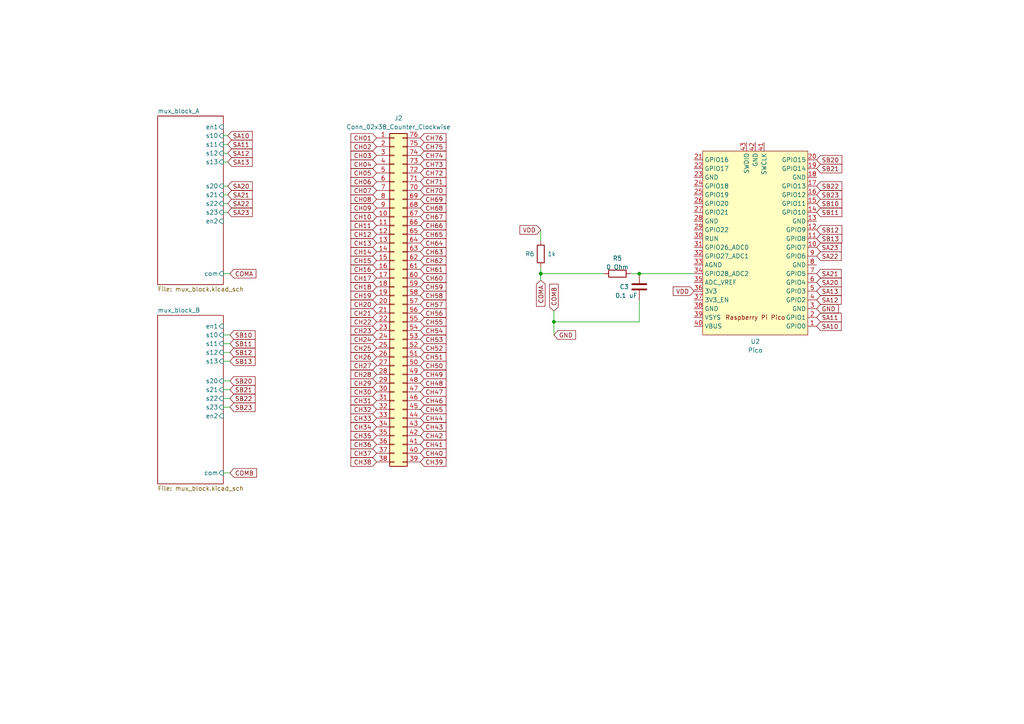
<source format=kicad_sch>
(kicad_sch (version 20230121) (generator eeschema)
  (paper "A4")
  (lib_symbols
    (symbol "Connector_Generic:Conn_02x38_Counter_Clockwise" (pin_names (offset 1.016) hide)
      (property "Reference" "J" (at 1.27 48.26 0))
      (property "Value" "Conn_02x38_Counter_Clockwise" (at 1.27 -50.8 0))
      (symbol "Conn_02x38_Counter_Clockwise_1_1"
        (rectangle (start -1.27 -48.133) (end 0 -48.387) (stroke (width 0.1524)))
        (rectangle (start -1.27 -45.593) (end 0 -45.847) (stroke (width 0.1524)))
        (rectangle (start -1.27 -43.053) (end 0 -43.307) (stroke (width 0.1524)))
        (rectangle (start -1.27 -40.513) (end 0 -40.767) (stroke (width 0.1524)))
        (rectangle (start -1.27 -37.973) (end 0 -38.227) (stroke (width 0.1524)))
        (rectangle (start -1.27 -35.433) (end 0 -35.687) (stroke (width 0.1524)))
        (rectangle (start -1.27 -32.893) (end 0 -33.147) (stroke (width 0.1524)))
        (rectangle (start -1.27 -30.353) (end 0 -30.607) (stroke (width 0.1524)))
        (rectangle (start -1.27 -27.813) (end 0 -28.067) (stroke (width 0.1524)))
        (rectangle (start -1.27 -25.273) (end 0 -25.527) (stroke (width 0.1524)))
        (rectangle (start -1.27 -22.733) (end 0 -22.987) (stroke (width 0.1524)))
        (rectangle (start -1.27 -20.193) (end 0 -20.447) (stroke (width 0.1524)))
        (rectangle (start -1.27 -17.653) (end 0 -17.907) (stroke (width 0.1524)))
        (rectangle (start -1.27 -15.113) (end 0 -15.367) (stroke (width 0.1524)))
        (rectangle (start -1.27 -12.573) (end 0 -12.827) (stroke (width 0.1524)))
        (rectangle (start -1.27 -10.033) (end 0 -10.287) (stroke (width 0.1524)))
        (rectangle (start -1.27 -7.493) (end 0 -7.747) (stroke (width 0.1524)))
        (rectangle (start -1.27 -4.953) (end 0 -5.207) (stroke (width 0.1524)))
        (rectangle (start -1.27 -2.413) (end 0 -2.667) (stroke (width 0.1524)))
        (rectangle (start -1.27 0.127) (end 0 -0.127) (stroke (width 0.1524)))
        (rectangle (start -1.27 2.667) (end 0 2.413) (stroke (width 0.1524)))
        (rectangle (start -1.27 5.207) (end 0 4.953) (stroke (width 0.1524)))
        (rectangle (start -1.27 7.747) (end 0 7.493) (stroke (width 0.1524)))
        (rectangle (start -1.27 10.287) (end 0 10.033) (stroke (width 0.1524)))
        (rectangle (start -1.27 12.827) (end 0 12.573) (stroke (width 0.1524)))
        (rectangle (start -1.27 15.367) (end 0 15.113) (stroke (width 0.1524)))
        (rectangle (start -1.27 17.907) (end 0 17.653) (stroke (width 0.1524)))
        (rectangle (start -1.27 20.447) (end 0 20.193) (stroke (width 0.1524)))
        (rectangle (start -1.27 22.987) (end 0 22.733) (stroke (width 0.1524)))
        (rectangle (start -1.27 25.527) (end 0 25.273) (stroke (width 0.1524)))
        (rectangle (start -1.27 28.067) (end 0 27.813) (stroke (width 0.1524)))
        (rectangle (start -1.27 30.607) (end 0 30.353) (stroke (width 0.1524)))
        (rectangle (start -1.27 33.147) (end 0 32.893) (stroke (width 0.1524)))
        (rectangle (start -1.27 35.687) (end 0 35.433) (stroke (width 0.1524)))
        (rectangle (start -1.27 38.227) (end 0 37.973) (stroke (width 0.1524)))
        (rectangle (start -1.27 40.767) (end 0 40.513) (stroke (width 0.1524)))
        (rectangle (start -1.27 43.307) (end 0 43.053) (stroke (width 0.1524)))
        (rectangle (start -1.27 45.847) (end 0 45.593) (stroke (width 0.1524)))
        (rectangle (start -1.27 46.99) (end 3.81 -49.53) (stroke (width 0.254)) (fill (type background)))
        (rectangle (start 3.81 -48.133) (end 2.54 -48.387) (stroke (width 0.1524)))
        (rectangle (start 3.81 -45.593) (end 2.54 -45.847) (stroke (width 0.1524)))
        (rectangle (start 3.81 -43.053) (end 2.54 -43.307) (stroke (width 0.1524)))
        (rectangle (start 3.81 -40.513) (end 2.54 -40.767) (stroke (width 0.1524)))
        (rectangle (start 3.81 -37.973) (end 2.54 -38.227) (stroke (width 0.1524)))
        (rectangle (start 3.81 -35.433) (end 2.54 -35.687) (stroke (width 0.1524)))
        (rectangle (start 3.81 -32.893) (end 2.54 -33.147) (stroke (width 0.1524)))
        (rectangle (start 3.81 -30.353) (end 2.54 -30.607) (stroke (width 0.1524)))
        (rectangle (start 3.81 -27.813) (end 2.54 -28.067) (stroke (width 0.1524)))
        (rectangle (start 3.81 -25.273) (end 2.54 -25.527) (stroke (width 0.1524)))
        (rectangle (start 3.81 -22.733) (end 2.54 -22.987) (stroke (width 0.1524)))
        (rectangle (start 3.81 -20.193) (end 2.54 -20.447) (stroke (width 0.1524)))
        (rectangle (start 3.81 -17.653) (end 2.54 -17.907) (stroke (width 0.1524)))
        (rectangle (start 3.81 -15.113) (end 2.54 -15.367) (stroke (width 0.1524)))
        (rectangle (start 3.81 -12.573) (end 2.54 -12.827) (stroke (width 0.1524)))
        (rectangle (start 3.81 -10.033) (end 2.54 -10.287) (stroke (width 0.1524)))
        (rectangle (start 3.81 -7.493) (end 2.54 -7.747) (stroke (width 0.1524)))
        (rectangle (start 3.81 -4.953) (end 2.54 -5.207) (stroke (width 0.1524)))
        (rectangle (start 3.81 -2.413) (end 2.54 -2.667) (stroke (width 0.1524)))
        (rectangle (start 3.81 0.127) (end 2.54 -0.127) (stroke (width 0.1524)))
        (rectangle (start 3.81 2.667) (end 2.54 2.413) (stroke (width 0.1524)))
        (rectangle (start 3.81 5.207) (end 2.54 4.953) (stroke (width 0.1524)))
        (rectangle (start 3.81 7.747) (end 2.54 7.493) (stroke (width 0.1524)))
        (rectangle (start 3.81 10.287) (end 2.54 10.033) (stroke (width 0.1524)))
        (rectangle (start 3.81 12.827) (end 2.54 12.573) (stroke (width 0.1524)))
        (rectangle (start 3.81 15.367) (end 2.54 15.113) (stroke (width 0.1524)))
        (rectangle (start 3.81 17.907) (end 2.54 17.653) (stroke (width 0.1524)))
        (rectangle (start 3.81 20.447) (end 2.54 20.193) (stroke (width 0.1524)))
        (rectangle (start 3.81 22.987) (end 2.54 22.733) (stroke (width 0.1524)))
        (rectangle (start 3.81 25.527) (end 2.54 25.273) (stroke (width 0.1524)))
        (rectangle (start 3.81 28.067) (end 2.54 27.813) (stroke (width 0.1524)))
        (rectangle (start 3.81 30.607) (end 2.54 30.353) (stroke (width 0.1524)))
        (rectangle (start 3.81 33.147) (end 2.54 32.893) (stroke (width 0.1524)))
        (rectangle (start 3.81 35.687) (end 2.54 35.433) (stroke (width 0.1524)))
        (rectangle (start 3.81 38.227) (end 2.54 37.973) (stroke (width 0.1524)))
        (rectangle (start 3.81 40.767) (end 2.54 40.513) (stroke (width 0.1524)))
        (rectangle (start 3.81 43.307) (end 2.54 43.053) (stroke (width 0.1524)))
        (rectangle (start 3.81 45.847) (end 2.54 45.593) (stroke (width 0.1524)))
        (pin passive line (at -5.08 45.72 0) (length 3.81) (name "Pin_1") (number "1"))
        (pin passive line (at -5.08 22.86 0) (length 3.81) (name "Pin_10") (number "10"))
        (pin passive line (at -5.08 20.32 0) (length 3.81) (name "Pin_11") (number "11"))
        (pin passive line (at -5.08 17.78 0) (length 3.81) (name "Pin_12") (number "12"))
        (pin passive line (at -5.08 15.24 0) (length 3.81) (name "Pin_13") (number "13"))
        (pin passive line (at -5.08 12.7 0) (length 3.81) (name "Pin_14") (number "14"))
        (pin passive line (at -5.08 10.16 0) (length 3.81) (name "Pin_15") (number "15"))
        (pin passive line (at -5.08 7.62 0) (length 3.81) (name "Pin_16") (number "16"))
        (pin passive line (at -5.08 5.08 0) (length 3.81) (name "Pin_17") (number "17"))
        (pin passive line (at -5.08 2.54 0) (length 3.81) (name "Pin_18") (number "18"))
        (pin passive line (at -5.08 0 0) (length 3.81) (name "Pin_19") (number "19"))
        (pin passive line (at -5.08 43.18 0) (length 3.81) (name "Pin_2") (number "2"))
        (pin passive line (at -5.08 -2.54 0) (length 3.81) (name "Pin_20") (number "20"))
        (pin passive line (at -5.08 -5.08 0) (length 3.81) (name "Pin_21") (number "21"))
        (pin passive line (at -5.08 -7.62 0) (length 3.81) (name "Pin_22") (number "22"))
        (pin passive line (at -5.08 -10.16 0) (length 3.81) (name "Pin_23") (number "23"))
        (pin passive line (at -5.08 -12.7 0) (length 3.81) (name "Pin_24") (number "24"))
        (pin passive line (at -5.08 -15.24 0) (length 3.81) (name "Pin_25") (number "25"))
        (pin passive line (at -5.08 -17.78 0) (length 3.81) (name "Pin_26") (number "26"))
        (pin passive line (at -5.08 -20.32 0) (length 3.81) (name "Pin_27") (number "27"))
        (pin passive line (at -5.08 -22.86 0) (length 3.81) (name "Pin_28") (number "28"))
        (pin passive line (at -5.08 -25.4 0) (length 3.81) (name "Pin_29") (number "29"))
        (pin passive line (at -5.08 40.64 0) (length 3.81) (name "Pin_3") (number "3"))
        (pin passive line (at -5.08 -27.94 0) (length 3.81) (name "Pin_30") (number "30"))
        (pin passive line (at -5.08 -30.48 0) (length 3.81) (name "Pin_31") (number "31"))
        (pin passive line (at -5.08 -33.02 0) (length 3.81) (name "Pin_32") (number "32"))
        (pin passive line (at -5.08 -35.56 0) (length 3.81) (name "Pin_33") (number "33"))
        (pin passive line (at -5.08 -38.1 0) (length 3.81) (name "Pin_34") (number "34"))
        (pin passive line (at -5.08 -40.64 0) (length 3.81) (name "Pin_35") (number "35"))
        (pin passive line (at -5.08 -43.18 0) (length 3.81) (name "Pin_36") (number "36"))
        (pin passive line (at -5.08 -45.72 0) (length 3.81) (name "Pin_37") (number "37"))
        (pin passive line (at -5.08 -48.26 0) (length 3.81) (name "Pin_38") (number "38"))
        (pin passive line (at 7.62 -48.26 180) (length 3.81) (name "Pin_39") (number "39"))
        (pin passive line (at -5.08 38.1 0) (length 3.81) (name "Pin_4") (number "4"))
        (pin passive line (at 7.62 -45.72 180) (length 3.81) (name "Pin_40") (number "40"))
        (pin passive line (at 7.62 -43.18 180) (length 3.81) (name "Pin_41") (number "41"))
        (pin passive line (at 7.62 -40.64 180) (length 3.81) (name "Pin_42") (number "42"))
        (pin passive line (at 7.62 -38.1 180) (length 3.81) (name "Pin_43") (number "43"))
        (pin passive line (at 7.62 -35.56 180) (length 3.81) (name "Pin_44") (number "44"))
        (pin passive line (at 7.62 -33.02 180) (length 3.81) (name "Pin_45") (number "45"))
        (pin passive line (at 7.62 -30.48 180) (length 3.81) (name "Pin_46") (number "46"))
        (pin passive line (at 7.62 -27.94 180) (length 3.81) (name "Pin_47") (number "47"))
        (pin passive line (at 7.62 -25.4 180) (length 3.81) (name "Pin_48") (number "48"))
        (pin passive line (at 7.62 -22.86 180) (length 3.81) (name "Pin_49") (number "49"))
        (pin passive line (at -5.08 35.56 0) (length 3.81) (name "Pin_5") (number "5"))
        (pin passive line (at 7.62 -20.32 180) (length 3.81) (name "Pin_50") (number "50"))
        (pin passive line (at 7.62 -17.78 180) (length 3.81) (name "Pin_51") (number "51"))
        (pin passive line (at 7.62 -15.24 180) (length 3.81) (name "Pin_52") (number "52"))
        (pin passive line (at 7.62 -12.7 180) (length 3.81) (name "Pin_53") (number "53"))
        (pin passive line (at 7.62 -10.16 180) (length 3.81) (name "Pin_54") (number "54"))
        (pin passive line (at 7.62 -7.62 180) (length 3.81) (name "Pin_55") (number "55"))
        (pin passive line (at 7.62 -5.08 180) (length 3.81) (name "Pin_56") (number "56"))
        (pin passive line (at 7.62 -2.54 180) (length 3.81) (name "Pin_57") (number "57"))
        (pin passive line (at 7.62 0 180) (length 3.81) (name "Pin_58") (number "58"))
        (pin passive line (at 7.62 2.54 180) (length 3.81) (name "Pin_59") (number "59"))
        (pin passive line (at -5.08 33.02 0) (length 3.81) (name "Pin_6") (number "6"))
        (pin passive line (at 7.62 5.08 180) (length 3.81) (name "Pin_60") (number "60"))
        (pin passive line (at 7.62 7.62 180) (length 3.81) (name "Pin_61") (number "61"))
        (pin passive line (at 7.62 10.16 180) (length 3.81) (name "Pin_62") (number "62"))
        (pin passive line (at 7.62 12.7 180) (length 3.81) (name "Pin_63") (number "63"))
        (pin passive line (at 7.62 15.24 180) (length 3.81) (name "Pin_64") (number "64"))
        (pin passive line (at 7.62 17.78 180) (length 3.81) (name "Pin_65") (number "65"))
        (pin passive line (at 7.62 20.32 180) (length 3.81) (name "Pin_66") (number "66"))
        (pin passive line (at 7.62 22.86 180) (length 3.81) (name "Pin_67") (number "67"))
        (pin passive line (at 7.62 25.4 180) (length 3.81) (name "Pin_68") (number "68"))
        (pin passive line (at 7.62 27.94 180) (length 3.81) (name "Pin_69") (number "69"))
        (pin passive line (at -5.08 30.48 0) (length 3.81) (name "Pin_7") (number "7"))
        (pin passive line (at 7.62 30.48 180) (length 3.81) (name "Pin_70") (number "70"))
        (pin passive line (at 7.62 33.02 180) (length 3.81) (name "Pin_71") (number "71"))
        (pin passive line (at 7.62 35.56 180) (length 3.81) (name "Pin_72") (number "72"))
        (pin passive line (at 7.62 38.1 180) (length 3.81) (name "Pin_73") (number "73"))
        (pin passive line (at 7.62 40.64 180) (length 3.81) (name "Pin_74") (number "74"))
        (pin passive line (at 7.62 43.18 180) (length 3.81) (name "Pin_75") (number "75"))
        (pin passive line (at 7.62 45.72 180) (length 3.81) (name "Pin_76") (number "76"))
        (pin passive line (at -5.08 27.94 0) (length 3.81) (name "Pin_8") (number "8"))
        (pin passive line (at -5.08 25.4 0) (length 3.81) (name "Pin_9") (number "9"))
      )
    )
    (symbol "Device:C" (pin_numbers hide) (pin_names (offset 0.254))
      (property "Reference" "C" (at 0.635 2.54 0))
      (property "Value" "C" (at 0.635 -2.54 0))
      (symbol "C_0_1"
        (polyline (pts (xy -2.032 -0.762) (xy 2.032 -0.762)) (stroke (width 0.508)))
        (polyline (pts (xy -2.032 0.762) (xy 2.032 0.762)) (stroke (width 0.508)))
      )
      (symbol "C_1_1"
        (pin passive line (at 0 3.81 270) (length 2.794) (name "~") (number "1"))
        (pin passive line (at 0 -3.81 90) (length 2.794) (name "~") (number "2"))
      )
    )
    (symbol "Device:R" (pin_numbers hide) (pin_names (offset 0))
      (property "Reference" "R" (at 2.032 0 90))
      (property "Value" "R" (at 0 0 90))
      (symbol "R_0_1"
        (rectangle (start -1.016 -2.54) (end 1.016 2.54) (stroke (width 0.254)))
      )
      (symbol "R_1_1"
        (pin passive line (at 0 3.81 270) (length 1.27) (name "~") (number "1"))
        (pin passive line (at 0 -3.81 90) (length 1.27) (name "~") (number "2"))
      )
    )
    (symbol "MCU_RaspberryPi_and_Boards:Pico"
      (property "Reference" "U" (at -13.97 27.94 0))
      (property "Value" "Pico" (at 0 19.05 0))
      (symbol "Pico_0_0"
        (text "Raspberry Pi Pico" (at 0 21.59 0) (effects (font (size 1.27 1.27))))
      )
      (symbol "Pico_0_1"
        (rectangle (start -15.24 26.67) (end 15.24 -26.67) (fill (type background)))
      )
      (symbol "Pico_1_1"
        (pin bidirectional line (at -17.78 24.13 0) (length 2.54) (name "GPIO0") (number "1"))
        (pin bidirectional line (at -17.78 1.27 0) (length 2.54) (name "GPIO7") (number "10"))
        (pin bidirectional line (at -17.78 -1.27 0) (length 2.54) (name "GPIO8") (number "11"))
        (pin bidirectional line (at -17.78 -3.81 0) (length 2.54) (name "GPIO9") (number "12"))
        (pin power_in line (at -17.78 -6.35 0) (length 2.54) (name "GND") (number "13"))
        (pin bidirectional line (at -17.78 -8.89 0) (length 2.54) (name "GPIO10") (number "14"))
        (pin bidirectional line (at -17.78 -11.43 0) (length 2.54) (name "GPIO11") (number "15"))
        (pin bidirectional line (at -17.78 -13.97 0) (length 2.54) (name "GPIO12") (number "16"))
        (pin bidirectional line (at -17.78 -16.51 0) (length 2.54) (name "GPIO13") (number "17"))
        (pin power_in line (at -17.78 -19.05 0) (length 2.54) (name "GND") (number "18"))
        (pin bidirectional line (at -17.78 -21.59 0) (length 2.54) (name "GPIO14") (number "19"))
        (pin bidirectional line (at -17.78 21.59 0) (length 2.54) (name "GPIO1") (number "2"))
        (pin bidirectional line (at -17.78 -24.13 0) (length 2.54) (name "GPIO15") (number "20"))
        (pin bidirectional line (at 17.78 -24.13 180) (length 2.54) (name "GPIO16") (number "21"))
        (pin bidirectional line (at 17.78 -21.59 180) (length 2.54) (name "GPIO17") (number "22"))
        (pin power_in line (at 17.78 -19.05 180) (length 2.54) (name "GND") (number "23"))
        (pin bidirectional line (at 17.78 -16.51 180) (length 2.54) (name "GPIO18") (number "24"))
        (pin bidirectional line (at 17.78 -13.97 180) (length 2.54) (name "GPIO19") (number "25"))
        (pin bidirectional line (at 17.78 -11.43 180) (length 2.54) (name "GPIO20") (number "26"))
        (pin bidirectional line (at 17.78 -8.89 180) (length 2.54) (name "GPIO21") (number "27"))
        (pin power_in line (at 17.78 -6.35 180) (length 2.54) (name "GND") (number "28"))
        (pin bidirectional line (at 17.78 -3.81 180) (length 2.54) (name "GPIO22") (number "29"))
        (pin power_in line (at -17.78 19.05 0) (length 2.54) (name "GND") (number "3"))
        (pin input line (at 17.78 -1.27 180) (length 2.54) (name "RUN") (number "30"))
        (pin bidirectional line (at 17.78 1.27 180) (length 2.54) (name "GPIO26_ADC0") (number "31"))
        (pin bidirectional line (at 17.78 3.81 180) (length 2.54) (name "GPIO27_ADC1") (number "32"))
        (pin power_in line (at 17.78 6.35 180) (length 2.54) (name "AGND") (number "33"))
        (pin bidirectional line (at 17.78 8.89 180) (length 2.54) (name "GPIO28_ADC2") (number "34"))
        (pin power_in line (at 17.78 11.43 180) (length 2.54) (name "ADC_VREF") (number "35"))
        (pin power_in line (at 17.78 13.97 180) (length 2.54) (name "3V3") (number "36"))
        (pin input line (at 17.78 16.51 180) (length 2.54) (name "3V3_EN") (number "37"))
        (pin bidirectional line (at 17.78 19.05 180) (length 2.54) (name "GND") (number "38"))
        (pin power_in line (at 17.78 21.59 180) (length 2.54) (name "VSYS") (number "39"))
        (pin bidirectional line (at -17.78 16.51 0) (length 2.54) (name "GPIO2") (number "4"))
        (pin power_in line (at 17.78 24.13 180) (length 2.54) (name "VBUS") (number "40"))
        (pin input line (at -2.54 -29.21 90) (length 2.54) (name "SWCLK") (number "41"))
        (pin power_in line (at 0 -29.21 90) (length 2.54) (name "GND") (number "42"))
        (pin bidirectional line (at 2.54 -29.21 90) (length 2.54) (name "SWDIO") (number "43"))
        (pin bidirectional line (at -17.78 13.97 0) (length 2.54) (name "GPIO3") (number "5"))
        (pin bidirectional line (at -17.78 11.43 0) (length 2.54) (name "GPIO4") (number "6"))
        (pin bidirectional line (at -17.78 8.89 0) (length 2.54) (name "GPIO5") (number "7"))
        (pin power_in line (at -17.78 6.35 0) (length 2.54) (name "GND") (number "8"))
        (pin bidirectional line (at -17.78 3.81 0) (length 2.54) (name "GPIO6") (number "9"))
      )
    )
  )
  (junction (at 160.655 93.345))
  (junction (at 156.845 79.375))
  (junction (at 185.42 79.375))
  (wire (pts (xy 156.845 69.85) (xy 156.845 66.675)))
  (wire (pts (xy 160.655 90.17) (xy 160.655 93.345)))
  (wire (pts (xy 156.845 79.375) (xy 156.845 81.28)))
  (wire (pts (xy 64.77 110.49) (xy 66.675 110.49)))
  (wire (pts (xy 64.77 99.695) (xy 66.675 99.695)))
  (wire (pts (xy 64.77 39.37) (xy 66.04 39.37)))
  (wire (pts (xy 64.77 44.45) (xy 66.04 44.45)))
  (wire (pts (xy 64.77 113.03) (xy 66.675 113.03)))
  (wire (pts (xy 64.77 41.91) (xy 66.04 41.91)))
  (wire (pts (xy 64.77 79.375) (xy 66.675 79.375)))
  (wire (pts (xy 64.77 53.975) (xy 66.04 53.975)))
  (wire (pts (xy 160.655 93.345) (xy 160.655 97.155)))
  (wire (pts (xy 64.77 56.515) (xy 66.04 56.515)))
  (wire (pts (xy 64.77 102.235) (xy 66.675 102.235)))
  (wire (pts (xy 64.77 97.155) (xy 66.675 97.155)))
  (wire (pts (xy 64.77 115.57) (xy 66.675 115.57)))
  (wire (pts (xy 185.42 93.345) (xy 160.655 93.345)))
  (wire (pts (xy 64.77 46.99) (xy 66.04 46.99)))
  (wire (pts (xy 64.77 137.16) (xy 66.675 137.16)))
  (wire (pts (xy 64.77 61.595) (xy 66.04 61.595)))
  (wire (pts (xy 64.77 118.11) (xy 66.675 118.11)))
  (wire (pts (xy 156.845 77.47) (xy 156.845 79.375)))
  (wire (pts (xy 185.42 86.995) (xy 185.42 93.345)))
  (wire (pts (xy 156.845 79.375) (xy 175.26 79.375)))
  (wire (pts (xy 185.42 79.375) (xy 201.295 79.375)))
  (wire (pts (xy 64.77 59.055) (xy 66.04 59.055)))
  (wire (pts (xy 64.77 104.775) (xy 66.675 104.775)))
  (wire (pts (xy 182.88 79.375) (xy 185.42 79.375)))
  (global_label "CH26" (shape input) (at 109.22 103.505 180) (property "Intersheetrefs" "${INTERSHEET_REFS}" (effects hide)))
  (global_label "CH41" (shape input) (at 121.92 128.905 0) (property "Intersheetrefs" "${INTERSHEET_REFS}" (effects hide)))
  (global_label "CH64" (shape input) (at 121.92 70.485 0) (property "Intersheetrefs" "${INTERSHEET_REFS}" (effects hide)))
  (global_label "SB10" (shape input) (at 236.855 59.055 0) (property "Intersheetrefs" "${INTERSHEET_REFS}" (effects hide)))
  (global_label "SB12" (shape input) (at 236.855 66.675 0) (property "Intersheetrefs" "${INTERSHEET_REFS}" (effects hide)))
  (global_label "CH46" (shape input) (at 121.92 116.205 0) (property "Intersheetrefs" "${INTERSHEET_REFS}" (effects hide)))
  (global_label "SB12" (shape input) (at 66.675 102.235 0) (property "Intersheetrefs" "${INTERSHEET_REFS}" (effects hide)))
  (global_label "SA21" (shape input) (at 66.04 56.515 0) (property "Intersheetrefs" "${INTERSHEET_REFS}" (effects hide)))
  (global_label "CH52" (shape input) (at 121.92 100.965 0) (property "Intersheetrefs" "${INTERSHEET_REFS}" (effects hide)))
  (global_label "CH72" (shape input) (at 121.92 50.165 0) (property "Intersheetrefs" "${INTERSHEET_REFS}" (effects hide)))
  (global_label "SB11" (shape input) (at 236.855 61.595 0) (property "Intersheetrefs" "${INTERSHEET_REFS}" (effects hide)))
  (global_label "CH32" (shape input) (at 109.22 118.745 180) (property "Intersheetrefs" "${INTERSHEET_REFS}" (effects hide)))
  (global_label "COMA" (shape input) (at 66.675 79.375 0) (property "Intersheetrefs" "${INTERSHEET_REFS}" (effects hide)))
  (global_label "SA12" (shape input) (at 236.855 86.995 0) (property "Intersheetrefs" "${INTERSHEET_REFS}" (effects hide)))
  (global_label "SB22" (shape input) (at 236.855 53.975 0) (property "Intersheetrefs" "${INTERSHEET_REFS}" (effects hide)))
  (global_label "CH37" (shape input) (at 109.22 131.445 180) (property "Intersheetrefs" "${INTERSHEET_REFS}" (effects hide)))
  (global_label "CH63" (shape input) (at 121.92 73.025 0) (property "Intersheetrefs" "${INTERSHEET_REFS}" (effects hide)))
  (global_label "CH59" (shape input) (at 121.92 83.185 0) (property "Intersheetrefs" "${INTERSHEET_REFS}" (effects hide)))
  (global_label "SA10" (shape input) (at 236.855 94.615 0) (property "Intersheetrefs" "${INTERSHEET_REFS}" (effects hide)))
  (global_label "CH29" (shape input) (at 109.22 111.125 180) (property "Intersheetrefs" "${INTERSHEET_REFS}" (effects hide)))
  (global_label "GND" (shape input) (at 236.855 89.535 0) (property "Intersheetrefs" "${INTERSHEET_REFS}" (effects hide)))
  (global_label "CH20" (shape input) (at 109.22 88.265 180) (property "Intersheetrefs" "${INTERSHEET_REFS}" (effects hide)))
  (global_label "SA12" (shape input) (at 66.04 44.45 0) (property "Intersheetrefs" "${INTERSHEET_REFS}" (effects hide)))
  (global_label "SA13" (shape input) (at 66.04 46.99 0) (property "Intersheetrefs" "${INTERSHEET_REFS}" (effects hide)))
  (global_label "SB13" (shape input) (at 66.675 104.775 0) (property "Intersheetrefs" "${INTERSHEET_REFS}" (effects hide)))
  (global_label "CH61" (shape input) (at 121.92 78.105 0) (property "Intersheetrefs" "${INTERSHEET_REFS}" (effects hide)))
  (global_label "CH16" (shape input) (at 109.22 78.105 180) (property "Intersheetrefs" "${INTERSHEET_REFS}" (effects hide)))
  (global_label "CH45" (shape input) (at 121.92 118.745 0) (property "Intersheetrefs" "${INTERSHEET_REFS}" (effects hide)))
  (global_label "CH43" (shape input) (at 121.92 123.825 0) (property "Intersheetrefs" "${INTERSHEET_REFS}" (effects hide)))
  (global_label "VDD" (shape input) (at 201.295 84.455 180) (property "Intersheetrefs" "${INTERSHEET_REFS}" (effects hide)))
  (global_label "CH21" (shape input) (at 109.22 90.805 180) (property "Intersheetrefs" "${INTERSHEET_REFS}" (effects hide)))
  (global_label "CH19" (shape input) (at 109.22 85.725 180) (property "Intersheetrefs" "${INTERSHEET_REFS}" (effects hide)))
  (global_label "CH12" (shape input) (at 109.22 67.945 180) (property "Intersheetrefs" "${INTERSHEET_REFS}" (effects hide)))
  (global_label "CH48" (shape input) (at 121.92 111.125 0) (property "Intersheetrefs" "${INTERSHEET_REFS}" (effects hide)))
  (global_label "SA22" (shape input) (at 66.04 59.055 0) (property "Intersheetrefs" "${INTERSHEET_REFS}" (effects hide)))
  (global_label "CH34" (shape input) (at 109.22 123.825 180) (property "Intersheetrefs" "${INTERSHEET_REFS}" (effects hide)))
  (global_label "CH11" (shape input) (at 109.22 65.405 180) (property "Intersheetrefs" "${INTERSHEET_REFS}" (effects hide)))
  (global_label "CH62" (shape input) (at 121.92 75.565 0) (property "Intersheetrefs" "${INTERSHEET_REFS}" (effects hide)))
  (global_label "SB21" (shape input) (at 236.855 48.895 0) (property "Intersheetrefs" "${INTERSHEET_REFS}" (effects hide)))
  (global_label "CH15" (shape input) (at 109.22 75.565 180) (property "Intersheetrefs" "${INTERSHEET_REFS}" (effects hide)))
  (global_label "CH75" (shape input) (at 121.92 42.545 0) (property "Intersheetrefs" "${INTERSHEET_REFS}" (effects hide)))
  (global_label "CH23" (shape input) (at 109.22 95.885 180) (property "Intersheetrefs" "${INTERSHEET_REFS}" (effects hide)))
  (global_label "COMB" (shape input) (at 66.675 137.16 0) (property "Intersheetrefs" "${INTERSHEET_REFS}" (effects hide)))
  (global_label "CH05" (shape input) (at 109.22 50.165 180) (property "Intersheetrefs" "${INTERSHEET_REFS}" (effects hide)))
  (global_label "CH35" (shape input) (at 109.22 126.365 180) (property "Intersheetrefs" "${INTERSHEET_REFS}" (effects hide)))
  (global_label "CH54" (shape input) (at 121.92 95.885 0) (property "Intersheetrefs" "${INTERSHEET_REFS}" (effects hide)))
  (global_label "CH69" (shape input) (at 121.92 57.785 0) (property "Intersheetrefs" "${INTERSHEET_REFS}" (effects hide)))
  (global_label "CH36" (shape input) (at 109.22 128.905 180) (property "Intersheetrefs" "${INTERSHEET_REFS}" (effects hide)))
  (global_label "CH42" (shape input) (at 121.92 126.365 0) (property "Intersheetrefs" "${INTERSHEET_REFS}" (effects hide)))
  (global_label "SA11" (shape input) (at 236.855 92.075 0) (property "Intersheetrefs" "${INTERSHEET_REFS}" (effects hide)))
  (global_label "SA23" (shape input) (at 236.855 71.755 0) (property "Intersheetrefs" "${INTERSHEET_REFS}" (effects hide)))
  (global_label "GND" (shape input) (at 160.655 97.155 0) (property "Intersheetrefs" "${INTERSHEET_REFS}" (effects hide)))
  (global_label "CH47" (shape input) (at 121.92 113.665 0) (property "Intersheetrefs" "${INTERSHEET_REFS}" (effects hide)))
  (global_label "CH22" (shape input) (at 109.22 93.345 180) (property "Intersheetrefs" "${INTERSHEET_REFS}" (effects hide)))
  (global_label "SB11" (shape input) (at 66.675 99.695 0) (property "Intersheetrefs" "${INTERSHEET_REFS}" (effects hide)))
  (global_label "CH68" (shape input) (at 121.92 60.325 0) (property "Intersheetrefs" "${INTERSHEET_REFS}" (effects hide)))
  (global_label "CH67" (shape input) (at 121.92 62.865 0) (property "Intersheetrefs" "${INTERSHEET_REFS}" (effects hide)))
  (global_label "SB22" (shape input) (at 66.675 115.57 0) (property "Intersheetrefs" "${INTERSHEET_REFS}" (effects hide)))
  (global_label "CH49" (shape input) (at 121.92 108.585 0) (property "Intersheetrefs" "${INTERSHEET_REFS}" (effects hide)))
  (global_label "CH65" (shape input) (at 121.92 67.945 0) (property "Intersheetrefs" "${INTERSHEET_REFS}" (effects hide)))
  (global_label "SB23" (shape input) (at 236.855 56.515 0) (property "Intersheetrefs" "${INTERSHEET_REFS}" (effects hide)))
  (global_label "SA23" (shape input) (at 66.04 61.595 0) (property "Intersheetrefs" "${INTERSHEET_REFS}" (effects hide)))
  (global_label "CH07" (shape input) (at 109.22 55.245 180) (property "Intersheetrefs" "${INTERSHEET_REFS}" (effects hide)))
  (global_label "CH33" (shape input) (at 109.22 121.285 180) (property "Intersheetrefs" "${INTERSHEET_REFS}" (effects hide)))
  (global_label "CH44" (shape input) (at 121.92 121.285 0) (property "Intersheetrefs" "${INTERSHEET_REFS}" (effects hide)))
  (global_label "CH58" (shape input) (at 121.92 85.725 0) (property "Intersheetrefs" "${INTERSHEET_REFS}" (effects hide)))
  (global_label "COMA" (shape input) (at 156.845 81.28 270) (property "Intersheetrefs" "${INTERSHEET_REFS}" (effects hide)))
  (global_label "CH71" (shape input) (at 121.92 52.705 0) (property "Intersheetrefs" "${INTERSHEET_REFS}" (effects hide)))
  (global_label "CH24" (shape input) (at 109.22 98.425 180) (property "Intersheetrefs" "${INTERSHEET_REFS}" (effects hide)))
  (global_label "COMB" (shape input) (at 160.655 90.17 90) (property "Intersheetrefs" "${INTERSHEET_REFS}" (effects hide)))
  (global_label "SA20" (shape input) (at 66.04 53.975 0) (property "Intersheetrefs" "${INTERSHEET_REFS}" (effects hide)))
  (global_label "SA10" (shape input) (at 66.04 39.37 0) (property "Intersheetrefs" "${INTERSHEET_REFS}" (effects hide)))
  (global_label "CH06" (shape input) (at 109.22 52.705 180) (property "Intersheetrefs" "${INTERSHEET_REFS}" (effects hide)))
  (global_label "CH73" (shape input) (at 121.92 47.625 0) (property "Intersheetrefs" "${INTERSHEET_REFS}" (effects hide)))
  (global_label "CH04" (shape input) (at 109.22 47.625 180) (property "Intersheetrefs" "${INTERSHEET_REFS}" (effects hide)))
  (global_label "SA13" (shape input) (at 236.855 84.455 0) (property "Intersheetrefs" "${INTERSHEET_REFS}" (effects hide)))
  (global_label "VDD" (shape input) (at 156.845 66.675 180) (property "Intersheetrefs" "${INTERSHEET_REFS}" (effects hide)))
  (global_label "CH28" (shape input) (at 109.22 108.585 180) (property "Intersheetrefs" "${INTERSHEET_REFS}" (effects hide)))
  (global_label "SB23" (shape input) (at 66.675 118.11 0) (property "Intersheetrefs" "${INTERSHEET_REFS}" (effects hide)))
  (global_label "CH31" (shape input) (at 109.22 116.205 180) (property "Intersheetrefs" "${INTERSHEET_REFS}" (effects hide)))
  (global_label "CH30" (shape input) (at 109.22 113.665 180) (property "Intersheetrefs" "${INTERSHEET_REFS}" (effects hide)))
  (global_label "CH53" (shape input) (at 121.92 98.425 0) (property "Intersheetrefs" "${INTERSHEET_REFS}" (effects hide)))
  (global_label "SA20" (shape input) (at 236.855 81.915 0) (property "Intersheetrefs" "${INTERSHEET_REFS}" (effects hide)))
  (global_label "SB20" (shape input) (at 236.855 46.355 0) (property "Intersheetrefs" "${INTERSHEET_REFS}" (effects hide)))
  (global_label "SA22" (shape input) (at 236.855 74.295 0) (property "Intersheetrefs" "${INTERSHEET_REFS}" (effects hide)))
  (global_label "CH02" (shape input) (at 109.22 42.545 180) (property "Intersheetrefs" "${INTERSHEET_REFS}" (effects hide)))
  (global_label "SB10" (shape input) (at 66.675 97.155 0) (property "Intersheetrefs" "${INTERSHEET_REFS}" (effects hide)))
  (global_label "CH08" (shape input) (at 109.22 57.785 180) (property "Intersheetrefs" "${INTERSHEET_REFS}" (effects hide)))
  (global_label "CH40" (shape input) (at 121.92 131.445 0) (property "Intersheetrefs" "${INTERSHEET_REFS}" (effects hide)))
  (global_label "CH01" (shape input) (at 109.22 40.005 180) (property "Intersheetrefs" "${INTERSHEET_REFS}" (effects hide)))
  (global_label "CH51" (shape input) (at 121.92 103.505 0) (property "Intersheetrefs" "${INTERSHEET_REFS}" (effects hide)))
  (global_label "CH25" (shape input) (at 109.22 100.965 180) (property "Intersheetrefs" "${INTERSHEET_REFS}" (effects hide)))
  (global_label "SB13" (shape input) (at 236.855 69.215 0) (property "Intersheetrefs" "${INTERSHEET_REFS}" (effects hide)))
  (global_label "CH10" (shape input) (at 109.22 62.865 180) (property "Intersheetrefs" "${INTERSHEET_REFS}" (effects hide)))
  (global_label "CH56" (shape input) (at 121.92 90.805 0) (property "Intersheetrefs" "${INTERSHEET_REFS}" (effects hide)))
  (global_label "CH17" (shape input) (at 109.22 80.645 180) (property "Intersheetrefs" "${INTERSHEET_REFS}" (effects hide)))
  (global_label "CH27" (shape input) (at 109.22 106.045 180) (property "Intersheetrefs" "${INTERSHEET_REFS}" (effects hide)))
  (global_label "CH70" (shape input) (at 121.92 55.245 0) (property "Intersheetrefs" "${INTERSHEET_REFS}" (effects hide)))
  (global_label "CH13" (shape input) (at 109.22 70.485 180) (property "Intersheetrefs" "${INTERSHEET_REFS}" (effects hide)))
  (global_label "CH74" (shape input) (at 121.92 45.085 0) (property "Intersheetrefs" "${INTERSHEET_REFS}" (effects hide)))
  (global_label "CH39" (shape input) (at 121.92 133.985 0) (property "Intersheetrefs" "${INTERSHEET_REFS}" (effects hide)))
  (global_label "CH14" (shape input) (at 109.22 73.025 180) (property "Intersheetrefs" "${INTERSHEET_REFS}" (effects hide)))
  (global_label "CH38" (shape input) (at 109.22 133.985 180) (property "Intersheetrefs" "${INTERSHEET_REFS}" (effects hide)))
  (global_label "SB20" (shape input) (at 66.675 110.49 0) (property "Intersheetrefs" "${INTERSHEET_REFS}" (effects hide)))
  (global_label "CH03" (shape input) (at 109.22 45.085 180) (property "Intersheetrefs" "${INTERSHEET_REFS}" (effects hide)))
  (global_label "CH57" (shape input) (at 121.92 88.265 0) (property "Intersheetrefs" "${INTERSHEET_REFS}" (effects hide)))
  (global_label "CH66" (shape input) (at 121.92 65.405 0) (property "Intersheetrefs" "${INTERSHEET_REFS}" (effects hide)))
  (global_label "CH50" (shape input) (at 121.92 106.045 0) (property "Intersheetrefs" "${INTERSHEET_REFS}" (effects hide)))
  (global_label "CH18" (shape input) (at 109.22 83.185 180) (property "Intersheetrefs" "${INTERSHEET_REFS}" (effects hide)))
  (global_label "CH76" (shape input) (at 121.92 40.005 0) (property "Intersheetrefs" "${INTERSHEET_REFS}" (effects hide)))
  (global_label "SA11" (shape input) (at 66.04 41.91 0) (property "Intersheetrefs" "${INTERSHEET_REFS}" (effects hide)))
  (global_label "CH60" (shape input) (at 121.92 80.645 0) (property "Intersheetrefs" "${INTERSHEET_REFS}" (effects hide)))
  (global_label "SA21" (shape input) (at 236.855 79.375 0) (property "Intersheetrefs" "${INTERSHEET_REFS}" (effects hide)))
  (global_label "CH09" (shape input) (at 109.22 60.325 180) (property "Intersheetrefs" "${INTERSHEET_REFS}" (effects hide)))
  (global_label "CH55" (shape input) (at 121.92 93.345 0) (property "Intersheetrefs" "${INTERSHEET_REFS}" (effects hide)))
  (global_label "SB21" (shape input) (at 66.675 113.03 0) (property "Intersheetrefs" "${INTERSHEET_REFS}" (effects hide)))
  (symbol (lib_id "Device:R") (at 156.845 73.66 180) (unit 1)
    (property "Reference" "R6" (at 153.67 73.66 0))
    (property "Value" "1k" (at 160.02 73.66 0))
    (property "Footprint" "Resistor_SMD:R_1210_3225Metric_Pad1.30x2.65mm_HandSolder" (effects hide))
  )
  (symbol (lib_id "MCU_RaspberryPi_and_Boards:Pico") (at 219.075 70.485 180) (unit 1)
    (property "Reference" "U2" (at 219.075 99.06 0))
    (property "Value" "Pico" (at 219.075 101.6 0))
    (property "Footprint" "MCU_RaspberryPi_and_Boards:RPi_Pico_SMD_TH" (effects hide))
  )
  (symbol (lib_id "Device:R") (at 179.07 79.375 90) (unit 1)
    (property "Reference" "R5" (at 179.07 74.93 90))
    (property "Value" "0 Ohm" (at 179.07 77.47 90))
    (property "Footprint" "Resistor_SMD:R_1210_3225Metric_Pad1.30x2.65mm_HandSolder" (effects hide))
  )
  (symbol (lib_id "Connector_Generic:Conn_02x38_Counter_Clockwise") (at 114.3 85.725 0) (unit 1)
    (property "Reference" "J2" (at 115.57 34.29 0))
    (property "Value" "Conn_02x38_Counter_Clockwise" (at 115.57 36.83 0))
    (property "Footprint" "Connector_PinHeader_2.54mm:PinHeader_2x38_P2.54mm_Vertical" (effects hide))
  )
  (symbol (lib_id "Device:C") (at 185.42 83.185 0) (unit 1)
    (property "Reference" "C3" (at 179.705 83.185 0) (effects (justify left)))
    (property "Value" "0.1 uF" (at 178.435 85.725 0) (effects (justify left)))
    (property "Footprint" "Capacitor_SMD:C_1210_3225Metric_Pad1.33x2.70mm_HandSolder" (effects hide))
  )
  (sheet (at 45.72 33.655) (size 19.05 48.895) (stroke (width 0.1524))
    (property "Sheetname" "mux_block_A" (at 45.72 32.9434 0) (effects (justify left bottom)))
    (property "Sheetfile" "mux_block.kicad_sch" (at 45.72 83.1346 0) (effects (justify left top)))
    (pin "s21" input (at 64.77 56.515 0))
    (pin "s22" input (at 64.77 59.055 0))
    (pin "s23" input (at 64.77 61.595 0))
    (pin "s20" input (at 64.77 53.975 0))
    (pin "s12" input (at 64.77 44.45 0))
    (pin "s11" input (at 64.77 41.91 0))
    (pin "s13" input (at 64.77 46.99 0))
    (pin "s10" input (at 64.77 39.37 0))
    (pin "com" input (at 64.77 79.375 0))
    (pin "en2" input (at 64.77 64.135 0))
    (pin "en1" input (at 64.77 36.83 0))
  )
  (sheet (at 45.72 91.44) (size 19.05 48.895) (stroke (width 0.1524))
    (property "Sheetname" "mux_block_B" (at 45.72 90.7284 0) (effects (justify left bottom)))
    (property "Sheetfile" "mux_block.kicad_sch" (at 45.72 140.9196 0) (effects (justify left top)))
    (pin "s21" input (at 64.77 113.03 0))
    (pin "s22" input (at 64.77 115.57 0))
    (pin "s23" input (at 64.77 118.11 0))
    (pin "s20" input (at 64.77 110.49 0))
    (pin "s12" input (at 64.77 102.235 0))
    (pin "s11" input (at 64.77 99.695 0))
    (pin "s13" input (at 64.77 104.775 0))
    (pin "s10" input (at 64.77 97.155 0))
    (pin "com" input (at 64.77 137.16 0))
    (pin "en2" input (at 64.77 120.65 0))
    (pin "en1" input (at 64.77 94.615 0))
  )
)
</source>
